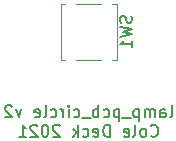
<source format=gbr>
%TF.GenerationSoftware,KiCad,Pcbnew,(5.1.7)-1*%
%TF.CreationDate,2021-06-11T01:00:18-05:00*%
%TF.ProjectId,lamp_pcb,6c616d70-5f70-4636-922e-6b696361645f,rev?*%
%TF.SameCoordinates,Original*%
%TF.FileFunction,Legend,Bot*%
%TF.FilePolarity,Positive*%
%FSLAX46Y46*%
G04 Gerber Fmt 4.6, Leading zero omitted, Abs format (unit mm)*
G04 Created by KiCad (PCBNEW (5.1.7)-1) date 2021-06-11 01:00:18*
%MOMM*%
%LPD*%
G01*
G04 APERTURE LIST*
%ADD10C,0.150000*%
%ADD11C,0.120000*%
G04 APERTURE END LIST*
D10*
X175790952Y-119007380D02*
X175886190Y-118959761D01*
X175933809Y-118864523D01*
X175933809Y-118007380D01*
X174981428Y-119007380D02*
X174981428Y-118483571D01*
X175029047Y-118388333D01*
X175124285Y-118340714D01*
X175314761Y-118340714D01*
X175410000Y-118388333D01*
X174981428Y-118959761D02*
X175076666Y-119007380D01*
X175314761Y-119007380D01*
X175410000Y-118959761D01*
X175457619Y-118864523D01*
X175457619Y-118769285D01*
X175410000Y-118674047D01*
X175314761Y-118626428D01*
X175076666Y-118626428D01*
X174981428Y-118578809D01*
X174505238Y-119007380D02*
X174505238Y-118340714D01*
X174505238Y-118435952D02*
X174457619Y-118388333D01*
X174362380Y-118340714D01*
X174219523Y-118340714D01*
X174124285Y-118388333D01*
X174076666Y-118483571D01*
X174076666Y-119007380D01*
X174076666Y-118483571D02*
X174029047Y-118388333D01*
X173933809Y-118340714D01*
X173790952Y-118340714D01*
X173695714Y-118388333D01*
X173648095Y-118483571D01*
X173648095Y-119007380D01*
X173171904Y-118340714D02*
X173171904Y-119340714D01*
X173171904Y-118388333D02*
X173076666Y-118340714D01*
X172886190Y-118340714D01*
X172790952Y-118388333D01*
X172743333Y-118435952D01*
X172695714Y-118531190D01*
X172695714Y-118816904D01*
X172743333Y-118912142D01*
X172790952Y-118959761D01*
X172886190Y-119007380D01*
X173076666Y-119007380D01*
X173171904Y-118959761D01*
X172505238Y-119102619D02*
X171743333Y-119102619D01*
X171505238Y-118340714D02*
X171505238Y-119340714D01*
X171505238Y-118388333D02*
X171410000Y-118340714D01*
X171219523Y-118340714D01*
X171124285Y-118388333D01*
X171076666Y-118435952D01*
X171029047Y-118531190D01*
X171029047Y-118816904D01*
X171076666Y-118912142D01*
X171124285Y-118959761D01*
X171219523Y-119007380D01*
X171410000Y-119007380D01*
X171505238Y-118959761D01*
X170171904Y-118959761D02*
X170267142Y-119007380D01*
X170457619Y-119007380D01*
X170552857Y-118959761D01*
X170600476Y-118912142D01*
X170648095Y-118816904D01*
X170648095Y-118531190D01*
X170600476Y-118435952D01*
X170552857Y-118388333D01*
X170457619Y-118340714D01*
X170267142Y-118340714D01*
X170171904Y-118388333D01*
X169743333Y-119007380D02*
X169743333Y-118007380D01*
X169743333Y-118388333D02*
X169648095Y-118340714D01*
X169457619Y-118340714D01*
X169362380Y-118388333D01*
X169314761Y-118435952D01*
X169267142Y-118531190D01*
X169267142Y-118816904D01*
X169314761Y-118912142D01*
X169362380Y-118959761D01*
X169457619Y-119007380D01*
X169648095Y-119007380D01*
X169743333Y-118959761D01*
X169076666Y-119102619D02*
X168314761Y-119102619D01*
X167648095Y-118959761D02*
X167743333Y-119007380D01*
X167933809Y-119007380D01*
X168029047Y-118959761D01*
X168076666Y-118912142D01*
X168124285Y-118816904D01*
X168124285Y-118531190D01*
X168076666Y-118435952D01*
X168029047Y-118388333D01*
X167933809Y-118340714D01*
X167743333Y-118340714D01*
X167648095Y-118388333D01*
X167219523Y-119007380D02*
X167219523Y-118340714D01*
X167219523Y-118007380D02*
X167267142Y-118055000D01*
X167219523Y-118102619D01*
X167171904Y-118055000D01*
X167219523Y-118007380D01*
X167219523Y-118102619D01*
X166743333Y-119007380D02*
X166743333Y-118340714D01*
X166743333Y-118531190D02*
X166695714Y-118435952D01*
X166648095Y-118388333D01*
X166552857Y-118340714D01*
X166457619Y-118340714D01*
X165695714Y-118959761D02*
X165790952Y-119007380D01*
X165981428Y-119007380D01*
X166076666Y-118959761D01*
X166124285Y-118912142D01*
X166171904Y-118816904D01*
X166171904Y-118531190D01*
X166124285Y-118435952D01*
X166076666Y-118388333D01*
X165981428Y-118340714D01*
X165790952Y-118340714D01*
X165695714Y-118388333D01*
X165124285Y-119007380D02*
X165219523Y-118959761D01*
X165267142Y-118864523D01*
X165267142Y-118007380D01*
X164362380Y-118959761D02*
X164457619Y-119007380D01*
X164648095Y-119007380D01*
X164743333Y-118959761D01*
X164790952Y-118864523D01*
X164790952Y-118483571D01*
X164743333Y-118388333D01*
X164648095Y-118340714D01*
X164457619Y-118340714D01*
X164362380Y-118388333D01*
X164314761Y-118483571D01*
X164314761Y-118578809D01*
X164790952Y-118674047D01*
X163219523Y-118340714D02*
X162981428Y-119007380D01*
X162743333Y-118340714D01*
X162410000Y-118102619D02*
X162362380Y-118055000D01*
X162267142Y-118007380D01*
X162029047Y-118007380D01*
X161933809Y-118055000D01*
X161886190Y-118102619D01*
X161838571Y-118197857D01*
X161838571Y-118293095D01*
X161886190Y-118435952D01*
X162457619Y-119007380D01*
X161838571Y-119007380D01*
X174171904Y-120562142D02*
X174219523Y-120609761D01*
X174362380Y-120657380D01*
X174457619Y-120657380D01*
X174600476Y-120609761D01*
X174695714Y-120514523D01*
X174743333Y-120419285D01*
X174790952Y-120228809D01*
X174790952Y-120085952D01*
X174743333Y-119895476D01*
X174695714Y-119800238D01*
X174600476Y-119705000D01*
X174457619Y-119657380D01*
X174362380Y-119657380D01*
X174219523Y-119705000D01*
X174171904Y-119752619D01*
X173600476Y-120657380D02*
X173695714Y-120609761D01*
X173743333Y-120562142D01*
X173790952Y-120466904D01*
X173790952Y-120181190D01*
X173743333Y-120085952D01*
X173695714Y-120038333D01*
X173600476Y-119990714D01*
X173457619Y-119990714D01*
X173362380Y-120038333D01*
X173314761Y-120085952D01*
X173267142Y-120181190D01*
X173267142Y-120466904D01*
X173314761Y-120562142D01*
X173362380Y-120609761D01*
X173457619Y-120657380D01*
X173600476Y-120657380D01*
X172695714Y-120657380D02*
X172790952Y-120609761D01*
X172838571Y-120514523D01*
X172838571Y-119657380D01*
X171933809Y-120609761D02*
X172029047Y-120657380D01*
X172219523Y-120657380D01*
X172314761Y-120609761D01*
X172362380Y-120514523D01*
X172362380Y-120133571D01*
X172314761Y-120038333D01*
X172219523Y-119990714D01*
X172029047Y-119990714D01*
X171933809Y-120038333D01*
X171886190Y-120133571D01*
X171886190Y-120228809D01*
X172362380Y-120324047D01*
X170695714Y-120657380D02*
X170695714Y-119657380D01*
X170457619Y-119657380D01*
X170314761Y-119705000D01*
X170219523Y-119800238D01*
X170171904Y-119895476D01*
X170124285Y-120085952D01*
X170124285Y-120228809D01*
X170171904Y-120419285D01*
X170219523Y-120514523D01*
X170314761Y-120609761D01*
X170457619Y-120657380D01*
X170695714Y-120657380D01*
X169314761Y-120609761D02*
X169410000Y-120657380D01*
X169600476Y-120657380D01*
X169695714Y-120609761D01*
X169743333Y-120514523D01*
X169743333Y-120133571D01*
X169695714Y-120038333D01*
X169600476Y-119990714D01*
X169410000Y-119990714D01*
X169314761Y-120038333D01*
X169267142Y-120133571D01*
X169267142Y-120228809D01*
X169743333Y-120324047D01*
X168410000Y-120609761D02*
X168505238Y-120657380D01*
X168695714Y-120657380D01*
X168790952Y-120609761D01*
X168838571Y-120562142D01*
X168886190Y-120466904D01*
X168886190Y-120181190D01*
X168838571Y-120085952D01*
X168790952Y-120038333D01*
X168695714Y-119990714D01*
X168505238Y-119990714D01*
X168410000Y-120038333D01*
X167981428Y-120657380D02*
X167981428Y-119657380D01*
X167886190Y-120276428D02*
X167600476Y-120657380D01*
X167600476Y-119990714D02*
X167981428Y-120371666D01*
X166457619Y-119752619D02*
X166410000Y-119705000D01*
X166314761Y-119657380D01*
X166076666Y-119657380D01*
X165981428Y-119705000D01*
X165933809Y-119752619D01*
X165886190Y-119847857D01*
X165886190Y-119943095D01*
X165933809Y-120085952D01*
X166505238Y-120657380D01*
X165886190Y-120657380D01*
X165267142Y-119657380D02*
X165171904Y-119657380D01*
X165076666Y-119705000D01*
X165029047Y-119752619D01*
X164981428Y-119847857D01*
X164933809Y-120038333D01*
X164933809Y-120276428D01*
X164981428Y-120466904D01*
X165029047Y-120562142D01*
X165076666Y-120609761D01*
X165171904Y-120657380D01*
X165267142Y-120657380D01*
X165362380Y-120609761D01*
X165410000Y-120562142D01*
X165457619Y-120466904D01*
X165505238Y-120276428D01*
X165505238Y-120038333D01*
X165457619Y-119847857D01*
X165410000Y-119752619D01*
X165362380Y-119705000D01*
X165267142Y-119657380D01*
X164552857Y-119752619D02*
X164505238Y-119705000D01*
X164410000Y-119657380D01*
X164171904Y-119657380D01*
X164076666Y-119705000D01*
X164029047Y-119752619D01*
X163981428Y-119847857D01*
X163981428Y-119943095D01*
X164029047Y-120085952D01*
X164600476Y-120657380D01*
X163981428Y-120657380D01*
X163029047Y-120657380D02*
X163600476Y-120657380D01*
X163314761Y-120657380D02*
X163314761Y-119657380D01*
X163410000Y-119800238D01*
X163505238Y-119895476D01*
X163600476Y-119943095D01*
D11*
%TO.C,SW1*%
X171280000Y-114130000D02*
X171280000Y-109390000D01*
X171280000Y-114130000D02*
X170880000Y-114130000D01*
X171280000Y-109390000D02*
X170880000Y-109390000D01*
X166540000Y-114130000D02*
X166940000Y-114130000D01*
X166540000Y-114130000D02*
X166540000Y-109390000D01*
X166540000Y-109390000D02*
X166940000Y-109390000D01*
X167880000Y-109390000D02*
X169940000Y-109390000D01*
X167880000Y-114130000D02*
X169940000Y-114130000D01*
D10*
X172514761Y-110426666D02*
X172562380Y-110569523D01*
X172562380Y-110807619D01*
X172514761Y-110902857D01*
X172467142Y-110950476D01*
X172371904Y-110998095D01*
X172276666Y-110998095D01*
X172181428Y-110950476D01*
X172133809Y-110902857D01*
X172086190Y-110807619D01*
X172038571Y-110617142D01*
X171990952Y-110521904D01*
X171943333Y-110474285D01*
X171848095Y-110426666D01*
X171752857Y-110426666D01*
X171657619Y-110474285D01*
X171610000Y-110521904D01*
X171562380Y-110617142D01*
X171562380Y-110855238D01*
X171610000Y-110998095D01*
X171562380Y-111331428D02*
X172562380Y-111569523D01*
X171848095Y-111760000D01*
X172562380Y-111950476D01*
X171562380Y-112188571D01*
X172562380Y-113093333D02*
X172562380Y-112521904D01*
X172562380Y-112807619D02*
X171562380Y-112807619D01*
X171705238Y-112712380D01*
X171800476Y-112617142D01*
X171848095Y-112521904D01*
%TD*%
M02*

</source>
